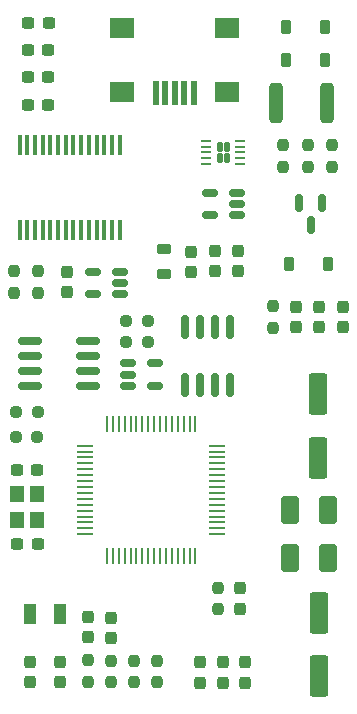
<source format=gtp>
%TF.GenerationSoftware,KiCad,Pcbnew,7.0.1*%
%TF.CreationDate,2023-06-06T18:12:30-03:00*%
%TF.ProjectId,HLI-C_main,484c492d-435f-46d6-9169-6e2e6b696361,rev?*%
%TF.SameCoordinates,Original*%
%TF.FileFunction,Paste,Top*%
%TF.FilePolarity,Positive*%
%FSLAX46Y46*%
G04 Gerber Fmt 4.6, Leading zero omitted, Abs format (unit mm)*
G04 Created by KiCad (PCBNEW 7.0.1) date 2023-06-06 18:12:30*
%MOMM*%
%LPD*%
G01*
G04 APERTURE LIST*
G04 Aperture macros list*
%AMRoundRect*
0 Rectangle with rounded corners*
0 $1 Rounding radius*
0 $2 $3 $4 $5 $6 $7 $8 $9 X,Y pos of 4 corners*
0 Add a 4 corners polygon primitive as box body*
4,1,4,$2,$3,$4,$5,$6,$7,$8,$9,$2,$3,0*
0 Add four circle primitives for the rounded corners*
1,1,$1+$1,$2,$3*
1,1,$1+$1,$4,$5*
1,1,$1+$1,$6,$7*
1,1,$1+$1,$8,$9*
0 Add four rect primitives between the rounded corners*
20,1,$1+$1,$2,$3,$4,$5,0*
20,1,$1+$1,$4,$5,$6,$7,0*
20,1,$1+$1,$6,$7,$8,$9,0*
20,1,$1+$1,$8,$9,$2,$3,0*%
G04 Aperture macros list end*
%ADD10RoundRect,0.237500X-0.237500X0.300000X-0.237500X-0.300000X0.237500X-0.300000X0.237500X0.300000X0*%
%ADD11RoundRect,0.250001X-0.499999X-0.924999X0.499999X-0.924999X0.499999X0.924999X-0.499999X0.924999X0*%
%ADD12RoundRect,0.237500X0.237500X-0.300000X0.237500X0.300000X-0.237500X0.300000X-0.237500X-0.300000X0*%
%ADD13RoundRect,0.237500X0.237500X-0.250000X0.237500X0.250000X-0.237500X0.250000X-0.237500X-0.250000X0*%
%ADD14R,1.473200X0.279400*%
%ADD15R,0.279400X1.473200*%
%ADD16RoundRect,0.120000X-0.120000X-0.285000X0.120000X-0.285000X0.120000X0.285000X-0.120000X0.285000X0*%
%ADD17RoundRect,0.062500X-0.375000X-0.062500X0.375000X-0.062500X0.375000X0.062500X-0.375000X0.062500X0*%
%ADD18RoundRect,0.237500X0.300000X0.237500X-0.300000X0.237500X-0.300000X-0.237500X0.300000X-0.237500X0*%
%ADD19RoundRect,0.150000X0.512500X0.150000X-0.512500X0.150000X-0.512500X-0.150000X0.512500X-0.150000X0*%
%ADD20RoundRect,0.237500X0.250000X0.237500X-0.250000X0.237500X-0.250000X-0.237500X0.250000X-0.237500X0*%
%ADD21R,0.500000X2.000000*%
%ADD22R,2.000000X1.700000*%
%ADD23RoundRect,0.218750X0.381250X-0.218750X0.381250X0.218750X-0.381250X0.218750X-0.381250X-0.218750X0*%
%ADD24RoundRect,0.237500X-0.237500X0.287500X-0.237500X-0.287500X0.237500X-0.287500X0.237500X0.287500X0*%
%ADD25R,1.200000X1.400000*%
%ADD26RoundRect,0.237500X-0.250000X-0.237500X0.250000X-0.237500X0.250000X0.237500X-0.250000X0.237500X0*%
%ADD27RoundRect,0.250000X-0.550000X1.500000X-0.550000X-1.500000X0.550000X-1.500000X0.550000X1.500000X0*%
%ADD28RoundRect,0.237500X-0.300000X-0.237500X0.300000X-0.237500X0.300000X0.237500X-0.300000X0.237500X0*%
%ADD29RoundRect,0.237500X-0.237500X0.250000X-0.237500X-0.250000X0.237500X-0.250000X0.237500X0.250000X0*%
%ADD30RoundRect,0.150000X-0.512500X-0.150000X0.512500X-0.150000X0.512500X0.150000X-0.512500X0.150000X0*%
%ADD31RoundRect,0.225000X-0.225000X-0.375000X0.225000X-0.375000X0.225000X0.375000X-0.225000X0.375000X0*%
%ADD32RoundRect,0.225000X0.225000X0.375000X-0.225000X0.375000X-0.225000X-0.375000X0.225000X-0.375000X0*%
%ADD33RoundRect,0.150000X0.150000X-0.825000X0.150000X0.825000X-0.150000X0.825000X-0.150000X-0.825000X0*%
%ADD34R,0.450000X1.750000*%
%ADD35RoundRect,0.150000X-0.825000X-0.150000X0.825000X-0.150000X0.825000X0.150000X-0.825000X0.150000X0*%
%ADD36RoundRect,0.250000X-0.312500X-1.450000X0.312500X-1.450000X0.312500X1.450000X-0.312500X1.450000X0*%
%ADD37R,1.000000X1.800000*%
%ADD38RoundRect,0.150000X-0.150000X0.587500X-0.150000X-0.587500X0.150000X-0.587500X0.150000X0.587500X0*%
G04 APERTURE END LIST*
D10*
%TO.C,C11*%
X196150000Y-38287500D03*
X196150000Y-40012500D03*
%TD*%
D11*
%TO.C,C15*%
X202489400Y-60248800D03*
X205739400Y-60248800D03*
%TD*%
D12*
%TO.C,C12*%
X203040000Y-44762500D03*
X203040000Y-43037500D03*
%TD*%
D10*
%TO.C,C8*%
X206990000Y-43017500D03*
X206990000Y-44742500D03*
%TD*%
D13*
%TO.C,R11*%
X189280800Y-74823200D03*
X189280800Y-72998200D03*
%TD*%
D14*
%TO.C,U1*%
X196367400Y-62271600D03*
X196367400Y-61771601D03*
X196367400Y-61271600D03*
X196367400Y-60771601D03*
X196367400Y-60271599D03*
X196367400Y-59771600D03*
X196367400Y-59271601D03*
X196367400Y-58771600D03*
X196367400Y-58271600D03*
X196367400Y-57771599D03*
X196367400Y-57271600D03*
X196367400Y-56771601D03*
X196367400Y-56271599D03*
X196367400Y-55771600D03*
X196367400Y-55271599D03*
X196367400Y-54771600D03*
D15*
X194504000Y-52908200D03*
X194004001Y-52908200D03*
X193504000Y-52908200D03*
X193004001Y-52908200D03*
X192503999Y-52908200D03*
X192004000Y-52908200D03*
X191504001Y-52908200D03*
X191004000Y-52908200D03*
X190504000Y-52908200D03*
X190003999Y-52908200D03*
X189504000Y-52908200D03*
X189004001Y-52908200D03*
X188503999Y-52908200D03*
X188004000Y-52908200D03*
X187503999Y-52908200D03*
X187004000Y-52908200D03*
D14*
X185140600Y-54771600D03*
X185140600Y-55271599D03*
X185140600Y-55771600D03*
X185140600Y-56271599D03*
X185140600Y-56771601D03*
X185140600Y-57271600D03*
X185140600Y-57771599D03*
X185140600Y-58271600D03*
X185140600Y-58771600D03*
X185140600Y-59271601D03*
X185140600Y-59771600D03*
X185140600Y-60271599D03*
X185140600Y-60771601D03*
X185140600Y-61271600D03*
X185140600Y-61771601D03*
X185140600Y-62271600D03*
D15*
X187004000Y-64135000D03*
X187503999Y-64135000D03*
X188004000Y-64135000D03*
X188503999Y-64135000D03*
X189004001Y-64135000D03*
X189504000Y-64135000D03*
X190003999Y-64135000D03*
X190504000Y-64135000D03*
X191004000Y-64135000D03*
X191504001Y-64135000D03*
X192004000Y-64135000D03*
X192503999Y-64135000D03*
X193004001Y-64135000D03*
X193504000Y-64135000D03*
X194004001Y-64135000D03*
X194504000Y-64135000D03*
%TD*%
D16*
%TO.C,U6*%
X196550000Y-29450000D03*
X196550000Y-30450000D03*
X197150000Y-29450000D03*
X197150000Y-30450000D03*
D17*
X195412500Y-28950000D03*
X195412500Y-29450000D03*
X195412500Y-29950000D03*
X195412500Y-30450000D03*
X195412500Y-30950000D03*
X198287500Y-30950000D03*
X198287500Y-30450000D03*
X198287500Y-29950000D03*
X198287500Y-29450000D03*
X198287500Y-28950000D03*
%TD*%
D18*
%TO.C,C1*%
X182055000Y-25920000D03*
X180330000Y-25920000D03*
%TD*%
D19*
%TO.C,U7*%
X195752500Y-35250000D03*
X195752500Y-33350000D03*
X198027500Y-33350000D03*
X198027500Y-34300000D03*
X198027500Y-35250000D03*
%TD*%
D20*
%TO.C,R12*%
X181149000Y-51890000D03*
X179324000Y-51890000D03*
%TD*%
D13*
%TO.C,R15*%
X187330800Y-74797800D03*
X187330800Y-72972800D03*
%TD*%
%TO.C,R4*%
X204050000Y-31175000D03*
X204050000Y-29350000D03*
%TD*%
D20*
%TO.C,R6*%
X190462500Y-46020000D03*
X188637500Y-46020000D03*
%TD*%
D21*
%TO.C,CON1*%
X194350000Y-24925000D03*
X193550000Y-24925000D03*
X192750000Y-24925000D03*
X191950000Y-24925000D03*
X191150000Y-24925000D03*
D22*
X197200000Y-24825000D03*
X197200000Y-19375000D03*
X188300000Y-24825000D03*
X188300000Y-19375000D03*
%TD*%
D23*
%TO.C,L1*%
X191800000Y-40262500D03*
X191800000Y-38137500D03*
%TD*%
D24*
%TO.C,LED2*%
X187330800Y-69335700D03*
X187330800Y-71085700D03*
%TD*%
D13*
%TO.C,R9*%
X196450000Y-68625000D03*
X196450000Y-66800000D03*
%TD*%
D12*
%TO.C,C6*%
X183594000Y-41798000D03*
X183594000Y-40073000D03*
%TD*%
D25*
%TO.C,Y2*%
X179418400Y-58865200D03*
X179418400Y-61065200D03*
X181118400Y-61065200D03*
X181118400Y-58865200D03*
%TD*%
D26*
%TO.C,R13*%
X179304000Y-54027200D03*
X181129000Y-54027200D03*
%TD*%
D10*
%TO.C,C18*%
X194880800Y-73110700D03*
X194880800Y-74835700D03*
%TD*%
D27*
%TO.C,C9*%
X204851000Y-50403800D03*
X204851000Y-55803800D03*
%TD*%
D28*
%TO.C,C4*%
X180367500Y-18970000D03*
X182092500Y-18970000D03*
%TD*%
D12*
%TO.C,C13*%
X204960000Y-44742500D03*
X204960000Y-43017500D03*
%TD*%
D29*
%TO.C,R3*%
X201950000Y-29350000D03*
X201950000Y-31175000D03*
%TD*%
%TO.C,R5*%
X206100000Y-29350000D03*
X206100000Y-31175000D03*
%TD*%
D10*
%TO.C,C22*%
X183062400Y-73074700D03*
X183062400Y-74799700D03*
%TD*%
D30*
%TO.C,U9*%
X188792500Y-47800000D03*
X188792500Y-48750000D03*
X188792500Y-49700000D03*
X191067500Y-49700000D03*
X191067500Y-47800000D03*
%TD*%
D13*
%TO.C,R14*%
X185405400Y-74748200D03*
X185405400Y-72923200D03*
%TD*%
D29*
%TO.C,R1*%
X179150000Y-39981500D03*
X179150000Y-41806500D03*
%TD*%
D18*
%TO.C,C3*%
X182055000Y-21270000D03*
X180330000Y-21270000D03*
%TD*%
D28*
%TO.C,C21*%
X179375900Y-56845200D03*
X181100900Y-56845200D03*
%TD*%
D31*
%TO.C,D2*%
X202200000Y-22150000D03*
X205500000Y-22150000D03*
%TD*%
D32*
%TO.C,D3*%
X205750000Y-39425000D03*
X202450000Y-39425000D03*
%TD*%
D29*
%TO.C,R2*%
X181182000Y-39981500D03*
X181182000Y-41806500D03*
%TD*%
D33*
%TO.C,U2*%
X193595000Y-49675000D03*
X194865000Y-49675000D03*
X196135000Y-49675000D03*
X197405000Y-49675000D03*
X197405000Y-44725000D03*
X196135000Y-44725000D03*
X194865000Y-44725000D03*
X193595000Y-44725000D03*
%TD*%
D10*
%TO.C,C10*%
X198100000Y-38287500D03*
X198100000Y-40012500D03*
%TD*%
D18*
%TO.C,C2*%
X182055000Y-23570000D03*
X180330000Y-23570000D03*
%TD*%
D10*
%TO.C,C16*%
X198680800Y-73110700D03*
X198680800Y-74835700D03*
%TD*%
D24*
%TO.C,LED1*%
X185405400Y-69260700D03*
X185405400Y-71010700D03*
%TD*%
D18*
%TO.C,C20*%
X181130900Y-63065200D03*
X179405900Y-63065200D03*
%TD*%
D10*
%TO.C,C7*%
X194100000Y-38337500D03*
X194100000Y-40062500D03*
%TD*%
D13*
%TO.C,R8*%
X201040000Y-44812500D03*
X201040000Y-42987500D03*
%TD*%
D19*
%TO.C,U5*%
X188087500Y-41950000D03*
X188087500Y-41000000D03*
X188087500Y-40050000D03*
X185812500Y-40050000D03*
X185812500Y-41950000D03*
%TD*%
D31*
%TO.C,D1*%
X202200000Y-19325000D03*
X205500000Y-19325000D03*
%TD*%
D34*
%TO.C,U3*%
X179625000Y-36550000D03*
X180275000Y-36550000D03*
X180925000Y-36550000D03*
X181575000Y-36550000D03*
X182225000Y-36550000D03*
X182875000Y-36550000D03*
X183525000Y-36550000D03*
X184175000Y-36550000D03*
X184825000Y-36550000D03*
X185475000Y-36550000D03*
X186125000Y-36550000D03*
X186775000Y-36550000D03*
X187425000Y-36550000D03*
X188075000Y-36550000D03*
X188075000Y-29350000D03*
X187425000Y-29350000D03*
X186775000Y-29350000D03*
X186125000Y-29350000D03*
X185475000Y-29350000D03*
X184825000Y-29350000D03*
X184175000Y-29350000D03*
X183525000Y-29350000D03*
X182875000Y-29350000D03*
X182225000Y-29350000D03*
X181575000Y-29350000D03*
X180925000Y-29350000D03*
X180275000Y-29350000D03*
X179625000Y-29350000D03*
%TD*%
D10*
%TO.C,C23*%
X180512400Y-73074700D03*
X180512400Y-74799700D03*
%TD*%
%TO.C,C17*%
X196796800Y-73110700D03*
X196796800Y-74835700D03*
%TD*%
D27*
%TO.C,C5*%
X204927200Y-68902600D03*
X204927200Y-74302600D03*
%TD*%
D13*
%TO.C,R10*%
X191210800Y-74823200D03*
X191210800Y-72998200D03*
%TD*%
D11*
%TO.C,C19*%
X202489400Y-64312800D03*
X205739400Y-64312800D03*
%TD*%
D35*
%TO.C,U8*%
X180495000Y-45925000D03*
X180495000Y-47195000D03*
X180495000Y-48465000D03*
X180495000Y-49735000D03*
X185445000Y-49735000D03*
X185445000Y-48465000D03*
X185445000Y-47195000D03*
X185445000Y-45925000D03*
%TD*%
D36*
%TO.C,RT1*%
X201362500Y-25750000D03*
X205637500Y-25750000D03*
%TD*%
D37*
%TO.C,Y1*%
X180512400Y-69037200D03*
X183012400Y-69037200D03*
%TD*%
D20*
%TO.C,R7*%
X190452500Y-44250000D03*
X188627500Y-44250000D03*
%TD*%
D10*
%TO.C,C14*%
X198280000Y-66850000D03*
X198280000Y-68575000D03*
%TD*%
D38*
%TO.C,Q1*%
X205210000Y-34242500D03*
X203310000Y-34242500D03*
X204260000Y-36117500D03*
%TD*%
M02*

</source>
